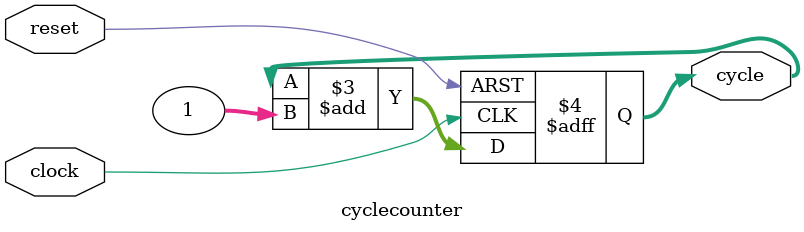
<source format=v>
module cyclecounter(	input clock,reset,
							output reg [31:0] cycle);
				
	always @(posedge clock or posedge reset) begin
		if(reset == 1) begin
			cycle <= 0;
		end else begin 
			cycle <= cycle + 32'b0000_0000_0000_0000_0000_0000_0000_0001;
			end
	end
endmodule
</source>
